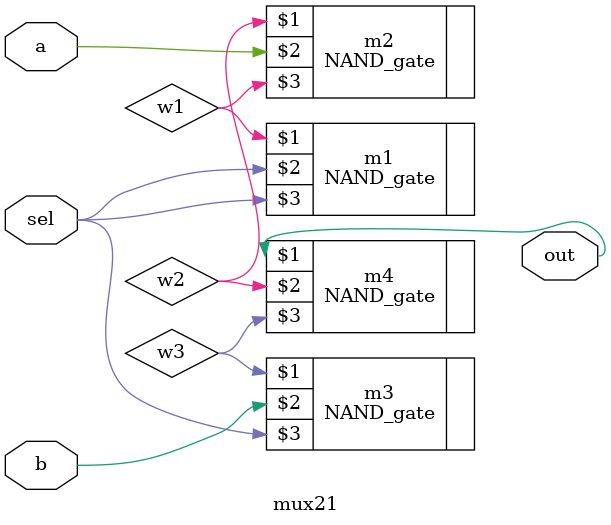
<source format=v>
`timescale 1ns / 1ps
module mux21(out, a ,b, sel);
output out;
input a, b, sel;
wire w1, w2, w3;

NAND_gate m1 ( w1, sel, sel);
NAND_gate m2 (w2, a, w1);
NAND_gate m3 ( w3, b, sel);
NAND_gate m4 (out, w2, w3);
endmodule

</source>
